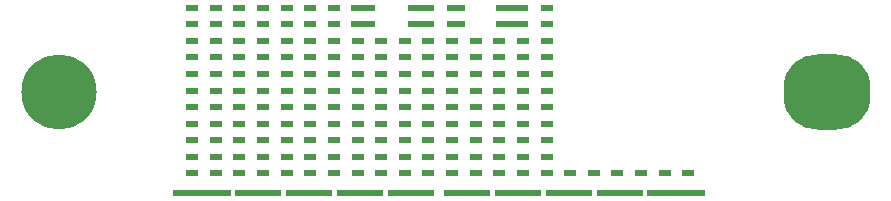
<source format=gbr>
%TF.GenerationSoftware,KiCad,Pcbnew,7.0.6*%
%TF.CreationDate,2023-08-28T17:19:07-05:00*%
%TF.ProjectId,TFPX_croc_stencil_1x2,54465058-5f63-4726-9f63-5f7374656e63,rev?*%
%TF.SameCoordinates,Original*%
%TF.FileFunction,Paste,Top*%
%TF.FilePolarity,Positive*%
%FSLAX46Y46*%
G04 Gerber Fmt 4.6, Leading zero omitted, Abs format (unit mm)*
G04 Created by KiCad (PCBNEW 7.0.6) date 2023-08-28 17:19:07*
%MOMM*%
%LPD*%
G01*
G04 APERTURE LIST*
G04 Aperture macros list*
%AMRoundRect*
0 Rectangle with rounded corners*
0 $1 Rounding radius*
0 $2 $3 $4 $5 $6 $7 $8 $9 X,Y pos of 4 corners*
0 Add a 4 corners polygon primitive as box body*
4,1,4,$2,$3,$4,$5,$6,$7,$8,$9,$2,$3,0*
0 Add four circle primitives for the rounded corners*
1,1,$1+$1,$2,$3*
1,1,$1+$1,$4,$5*
1,1,$1+$1,$6,$7*
1,1,$1+$1,$8,$9*
0 Add four rect primitives between the rounded corners*
20,1,$1+$1,$2,$3,$4,$5,0*
20,1,$1+$1,$4,$5,$6,$7,0*
20,1,$1+$1,$6,$7,$8,$9,0*
20,1,$1+$1,$8,$9,$2,$3,0*%
G04 Aperture macros list end*
%ADD10C,6.360000*%
%ADD11R,1.000000X0.500000*%
%ADD12R,5.000000X0.500000*%
%ADD13R,4.000000X0.500000*%
%ADD14R,2.000000X0.500000*%
%ADD15R,2.200000X0.500000*%
%ADD16R,1.600000X0.500000*%
%ADD17R,2.800000X0.500000*%
%ADD18RoundRect,2.862000X-0.818000X-0.318000X0.818000X-0.318000X0.818000X0.318000X-0.818000X0.318000X0*%
G04 APERTURE END LIST*
D10*
%TO.C,*%
X109964500Y-100890600D03*
D11*
X121260000Y-107740000D03*
X121260000Y-104940000D03*
X121260000Y-106340000D03*
X121260000Y-102140000D03*
X121260000Y-103540000D03*
X121260000Y-100740000D03*
X121260000Y-97940000D03*
X121260000Y-99340000D03*
X121260000Y-95140000D03*
X121260000Y-96540000D03*
X121260000Y-93740000D03*
D12*
X122060000Y-109440000D03*
D11*
X123260000Y-107740000D03*
X123260000Y-104940000D03*
X123260000Y-106340000D03*
X123260000Y-102140000D03*
X123260000Y-103540000D03*
X123260000Y-100740000D03*
X123260000Y-97940000D03*
X123260000Y-99340000D03*
X123260000Y-95140000D03*
X123260000Y-96540000D03*
X123260000Y-93740000D03*
X125260000Y-107740000D03*
X125260000Y-104940000D03*
X125260000Y-106340000D03*
X125260000Y-102140000D03*
X125260000Y-103540000D03*
X125260000Y-100740000D03*
X125260000Y-97940000D03*
X125260000Y-99340000D03*
X125260000Y-95140000D03*
X125260000Y-96540000D03*
X125260000Y-93740000D03*
D13*
X126860000Y-109440000D03*
D11*
X127260000Y-107740000D03*
X127260000Y-104940000D03*
X127260000Y-106340000D03*
X127260000Y-102140000D03*
X127260000Y-103540000D03*
X127260000Y-100740000D03*
X127260000Y-97940000D03*
X127260000Y-99340000D03*
X127260000Y-95140000D03*
X127260000Y-96540000D03*
X127260000Y-93740000D03*
X129260000Y-107740000D03*
X129260000Y-104940000D03*
X129260000Y-106340000D03*
X129260000Y-102140000D03*
X129260000Y-103540000D03*
X129260000Y-100740000D03*
X129260000Y-97940000D03*
X129260000Y-99340000D03*
X129260000Y-95140000D03*
X129260000Y-96540000D03*
X129260000Y-93740000D03*
D13*
X131160000Y-109440000D03*
D11*
X131260000Y-107740000D03*
X131260000Y-104940000D03*
X131260000Y-106340000D03*
X131260000Y-102140000D03*
X131260000Y-103540000D03*
X131260000Y-100740000D03*
X131260000Y-97940000D03*
X131260000Y-99340000D03*
X131260000Y-95140000D03*
X131260000Y-96540000D03*
X131260000Y-93740000D03*
X133260000Y-107740000D03*
X133260000Y-104940000D03*
X133260000Y-106340000D03*
X133260000Y-102140000D03*
X133260000Y-103540000D03*
X133260000Y-100740000D03*
X133260000Y-97940000D03*
X133260000Y-99340000D03*
X133260000Y-95140000D03*
X133260000Y-96540000D03*
X133260000Y-93740000D03*
X135260000Y-107740000D03*
X135260000Y-104940000D03*
X135260000Y-106340000D03*
X135260000Y-102140000D03*
X135260000Y-103540000D03*
X135260000Y-100740000D03*
X135260000Y-97940000D03*
X135260000Y-99340000D03*
X135260000Y-96540000D03*
D14*
X135760000Y-93740000D03*
D13*
X135460000Y-109440000D03*
D11*
X137260000Y-107740000D03*
X137260000Y-104940000D03*
X137260000Y-106340000D03*
X137260000Y-102140000D03*
X137260000Y-103540000D03*
X137260000Y-100740000D03*
X137260000Y-97940000D03*
X137260000Y-99340000D03*
X139260000Y-107740000D03*
X139260000Y-104940000D03*
X139260000Y-106340000D03*
X139260000Y-102140000D03*
X139260000Y-103540000D03*
X139260000Y-100740000D03*
X139260000Y-97940000D03*
X139260000Y-99340000D03*
D14*
X135760000Y-95140000D03*
D11*
X139260000Y-96540000D03*
X137260000Y-96540000D03*
D13*
X139760000Y-109440000D03*
D11*
X141260000Y-107740000D03*
X141260000Y-104940000D03*
X141260000Y-106340000D03*
X141260000Y-102140000D03*
X141260000Y-103540000D03*
X141260000Y-100740000D03*
X141260000Y-97940000D03*
X141260000Y-99340000D03*
D15*
X140660000Y-95140000D03*
D11*
X141260000Y-96540000D03*
D15*
X140660000Y-93740000D03*
D11*
X143260000Y-107740000D03*
X143260000Y-104940000D03*
X143260000Y-106340000D03*
X143260000Y-102140000D03*
X143260000Y-103540000D03*
X143260000Y-100740000D03*
X143260000Y-97940000D03*
X143260000Y-99340000D03*
D16*
X143560000Y-95140000D03*
D11*
X143260000Y-96540000D03*
D16*
X143560000Y-93740000D03*
D13*
X144560000Y-109440000D03*
D11*
X145260000Y-107740000D03*
X145260000Y-104940000D03*
X145260000Y-106340000D03*
X145260000Y-102140000D03*
X145260000Y-103540000D03*
X145260000Y-100740000D03*
X145260000Y-97940000D03*
X145260000Y-99340000D03*
D17*
X148360000Y-95140000D03*
D11*
X145260000Y-96540000D03*
X147260000Y-96540000D03*
X147260000Y-107740000D03*
X147260000Y-104940000D03*
X147260000Y-106340000D03*
X147260000Y-102140000D03*
X147260000Y-103540000D03*
X147260000Y-100740000D03*
X147260000Y-97940000D03*
X147260000Y-99340000D03*
D13*
X148860000Y-109440000D03*
D11*
X149260000Y-107740000D03*
X149260000Y-104940000D03*
X149260000Y-106340000D03*
X149260000Y-102140000D03*
X149260000Y-103540000D03*
X149260000Y-100740000D03*
X149260000Y-97940000D03*
X149260000Y-99340000D03*
X149260000Y-96540000D03*
D17*
X148360000Y-93740000D03*
D11*
X151260000Y-107740000D03*
X151260000Y-106340000D03*
X151260000Y-104940000D03*
X151260000Y-103540000D03*
X151260000Y-102140000D03*
X151260000Y-100740000D03*
X151260000Y-99340000D03*
X151260000Y-97940000D03*
X151260000Y-96540000D03*
X151260000Y-95140000D03*
X151260000Y-93740000D03*
D13*
X153160000Y-109440000D03*
D11*
X153260000Y-107740000D03*
X155260000Y-107740000D03*
X157260000Y-107740000D03*
D13*
X157460000Y-109440000D03*
D11*
X159260000Y-107740000D03*
X161260000Y-107740000D03*
D12*
X162260000Y-109440000D03*
D11*
X163260000Y-107740000D03*
D18*
X174964500Y-100890600D03*
%TD*%
M02*

</source>
